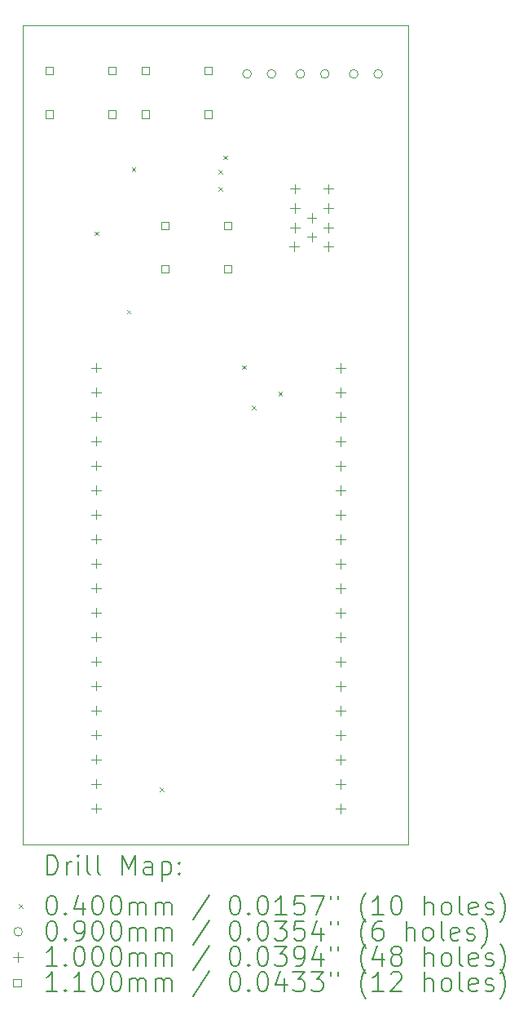
<source format=gbr>
%TF.GenerationSoftware,KiCad,Pcbnew,(6.0.11)*%
%TF.CreationDate,2023-03-04T17:25:38+01:00*%
%TF.ProjectId,jig2,6a696732-2e6b-4696-9361-645f70636258,rev?*%
%TF.SameCoordinates,Original*%
%TF.FileFunction,Drillmap*%
%TF.FilePolarity,Positive*%
%FSLAX45Y45*%
G04 Gerber Fmt 4.5, Leading zero omitted, Abs format (unit mm)*
G04 Created by KiCad (PCBNEW (6.0.11)) date 2023-03-04 17:25:38*
%MOMM*%
%LPD*%
G01*
G04 APERTURE LIST*
%ADD10C,0.100000*%
%ADD11C,0.200000*%
%ADD12C,0.040000*%
%ADD13C,0.090000*%
%ADD14C,0.110000*%
G04 APERTURE END LIST*
D10*
X0Y-8500000D02*
X0Y0D01*
X4000000Y-8500000D02*
X0Y-8500000D01*
X4000000Y0D02*
X4000000Y-8500000D01*
X0Y0D02*
X4000000Y0D01*
D11*
D12*
X742000Y-2142000D02*
X782000Y-2182000D01*
X782000Y-2142000D02*
X742000Y-2182000D01*
X1080000Y-2955000D02*
X1120000Y-2995000D01*
X1120000Y-2955000D02*
X1080000Y-2995000D01*
X1130000Y-1480000D02*
X1170000Y-1520000D01*
X1170000Y-1480000D02*
X1130000Y-1520000D01*
X1424000Y-7911000D02*
X1464000Y-7951000D01*
X1464000Y-7911000D02*
X1424000Y-7951000D01*
X2030000Y-1505000D02*
X2070000Y-1545000D01*
X2070000Y-1505000D02*
X2030000Y-1545000D01*
X2030000Y-1680000D02*
X2070000Y-1720000D01*
X2070000Y-1680000D02*
X2030000Y-1720000D01*
X2080000Y-1355000D02*
X2120000Y-1395000D01*
X2120000Y-1355000D02*
X2080000Y-1395000D01*
X2280000Y-3530000D02*
X2320000Y-3570000D01*
X2320000Y-3530000D02*
X2280000Y-3570000D01*
X2380000Y-3950000D02*
X2420000Y-3990000D01*
X2420000Y-3950000D02*
X2380000Y-3990000D01*
X2655000Y-3805000D02*
X2695000Y-3845000D01*
X2695000Y-3805000D02*
X2655000Y-3845000D01*
D13*
X2374000Y-508000D02*
G75*
G03*
X2374000Y-508000I-45000J0D01*
G01*
X2628000Y-508000D02*
G75*
G03*
X2628000Y-508000I-45000J0D01*
G01*
X2928000Y-508000D02*
G75*
G03*
X2928000Y-508000I-45000J0D01*
G01*
X3182000Y-508000D02*
G75*
G03*
X3182000Y-508000I-45000J0D01*
G01*
X3482000Y-508000D02*
G75*
G03*
X3482000Y-508000I-45000J0D01*
G01*
X3736000Y-508000D02*
G75*
G03*
X3736000Y-508000I-45000J0D01*
G01*
D10*
X762000Y-3506000D02*
X762000Y-3606000D01*
X712000Y-3556000D02*
X812000Y-3556000D01*
X762000Y-3760000D02*
X762000Y-3860000D01*
X712000Y-3810000D02*
X812000Y-3810000D01*
X762000Y-4014000D02*
X762000Y-4114000D01*
X712000Y-4064000D02*
X812000Y-4064000D01*
X762000Y-4268000D02*
X762000Y-4368000D01*
X712000Y-4318000D02*
X812000Y-4318000D01*
X762000Y-4522000D02*
X762000Y-4622000D01*
X712000Y-4572000D02*
X812000Y-4572000D01*
X762000Y-4776000D02*
X762000Y-4876000D01*
X712000Y-4826000D02*
X812000Y-4826000D01*
X762000Y-5030000D02*
X762000Y-5130000D01*
X712000Y-5080000D02*
X812000Y-5080000D01*
X762000Y-5284000D02*
X762000Y-5384000D01*
X712000Y-5334000D02*
X812000Y-5334000D01*
X762000Y-5538000D02*
X762000Y-5638000D01*
X712000Y-5588000D02*
X812000Y-5588000D01*
X762000Y-5792000D02*
X762000Y-5892000D01*
X712000Y-5842000D02*
X812000Y-5842000D01*
X762000Y-6046000D02*
X762000Y-6146000D01*
X712000Y-6096000D02*
X812000Y-6096000D01*
X762000Y-6300000D02*
X762000Y-6400000D01*
X712000Y-6350000D02*
X812000Y-6350000D01*
X762000Y-6554000D02*
X762000Y-6654000D01*
X712000Y-6604000D02*
X812000Y-6604000D01*
X762000Y-6808000D02*
X762000Y-6908000D01*
X712000Y-6858000D02*
X812000Y-6858000D01*
X762000Y-7062000D02*
X762000Y-7162000D01*
X712000Y-7112000D02*
X812000Y-7112000D01*
X762000Y-7316000D02*
X762000Y-7416000D01*
X712000Y-7366000D02*
X812000Y-7366000D01*
X762000Y-7570000D02*
X762000Y-7670000D01*
X712000Y-7620000D02*
X812000Y-7620000D01*
X762000Y-7824000D02*
X762000Y-7924000D01*
X712000Y-7874000D02*
X812000Y-7874000D01*
X762000Y-8078000D02*
X762000Y-8178000D01*
X712000Y-8128000D02*
X812000Y-8128000D01*
X2820600Y-2250500D02*
X2820600Y-2350500D01*
X2770600Y-2300500D02*
X2870600Y-2300500D01*
X2825600Y-1650500D02*
X2825600Y-1750500D01*
X2775600Y-1700500D02*
X2875600Y-1700500D01*
X2825600Y-1850500D02*
X2825600Y-1950500D01*
X2775600Y-1900500D02*
X2875600Y-1900500D01*
X2825600Y-2050500D02*
X2825600Y-2150500D01*
X2775600Y-2100500D02*
X2875600Y-2100500D01*
X3000600Y-1950500D02*
X3000600Y-2050500D01*
X2950600Y-2000500D02*
X3050600Y-2000500D01*
X3000600Y-2150500D02*
X3000600Y-2250500D01*
X2950600Y-2200500D02*
X3050600Y-2200500D01*
X3175600Y-1650500D02*
X3175600Y-1750500D01*
X3125600Y-1700500D02*
X3225600Y-1700500D01*
X3175600Y-1850500D02*
X3175600Y-1950500D01*
X3125600Y-1900500D02*
X3225600Y-1900500D01*
X3175600Y-2050500D02*
X3175600Y-2150500D01*
X3125600Y-2100500D02*
X3225600Y-2100500D01*
X3175600Y-2250500D02*
X3175600Y-2350500D01*
X3125600Y-2300500D02*
X3225600Y-2300500D01*
X3297500Y-3507000D02*
X3297500Y-3607000D01*
X3247500Y-3557000D02*
X3347500Y-3557000D01*
X3297500Y-3761000D02*
X3297500Y-3861000D01*
X3247500Y-3811000D02*
X3347500Y-3811000D01*
X3297500Y-4015000D02*
X3297500Y-4115000D01*
X3247500Y-4065000D02*
X3347500Y-4065000D01*
X3297500Y-4269000D02*
X3297500Y-4369000D01*
X3247500Y-4319000D02*
X3347500Y-4319000D01*
X3297500Y-4523000D02*
X3297500Y-4623000D01*
X3247500Y-4573000D02*
X3347500Y-4573000D01*
X3297500Y-4777000D02*
X3297500Y-4877000D01*
X3247500Y-4827000D02*
X3347500Y-4827000D01*
X3297500Y-5031000D02*
X3297500Y-5131000D01*
X3247500Y-5081000D02*
X3347500Y-5081000D01*
X3297500Y-5285000D02*
X3297500Y-5385000D01*
X3247500Y-5335000D02*
X3347500Y-5335000D01*
X3297500Y-5539000D02*
X3297500Y-5639000D01*
X3247500Y-5589000D02*
X3347500Y-5589000D01*
X3297500Y-5793000D02*
X3297500Y-5893000D01*
X3247500Y-5843000D02*
X3347500Y-5843000D01*
X3297500Y-6047000D02*
X3297500Y-6147000D01*
X3247500Y-6097000D02*
X3347500Y-6097000D01*
X3297500Y-6301000D02*
X3297500Y-6401000D01*
X3247500Y-6351000D02*
X3347500Y-6351000D01*
X3297500Y-6555000D02*
X3297500Y-6655000D01*
X3247500Y-6605000D02*
X3347500Y-6605000D01*
X3297500Y-6809000D02*
X3297500Y-6909000D01*
X3247500Y-6859000D02*
X3347500Y-6859000D01*
X3297500Y-7063000D02*
X3297500Y-7163000D01*
X3247500Y-7113000D02*
X3347500Y-7113000D01*
X3297500Y-7317000D02*
X3297500Y-7417000D01*
X3247500Y-7367000D02*
X3347500Y-7367000D01*
X3297500Y-7571000D02*
X3297500Y-7671000D01*
X3247500Y-7621000D02*
X3347500Y-7621000D01*
X3297500Y-7825000D02*
X3297500Y-7925000D01*
X3247500Y-7875000D02*
X3347500Y-7875000D01*
X3297500Y-8079000D02*
X3297500Y-8179000D01*
X3247500Y-8129000D02*
X3347500Y-8129000D01*
D14*
X313891Y-515448D02*
X313891Y-437665D01*
X236109Y-437665D01*
X236109Y-515448D01*
X313891Y-515448D01*
X313891Y-965448D02*
X313891Y-887665D01*
X236109Y-887665D01*
X236109Y-965448D01*
X313891Y-965448D01*
X963891Y-515448D02*
X963891Y-437665D01*
X886109Y-437665D01*
X886109Y-515448D01*
X963891Y-515448D01*
X963891Y-965448D02*
X963891Y-887665D01*
X886109Y-887665D01*
X886109Y-965448D01*
X963891Y-965448D01*
X1313891Y-515448D02*
X1313891Y-437665D01*
X1236109Y-437665D01*
X1236109Y-515448D01*
X1313891Y-515448D01*
X1313891Y-965448D02*
X1313891Y-887665D01*
X1236109Y-887665D01*
X1236109Y-965448D01*
X1313891Y-965448D01*
X1513891Y-2120891D02*
X1513891Y-2043109D01*
X1436109Y-2043109D01*
X1436109Y-2120891D01*
X1513891Y-2120891D01*
X1513891Y-2570891D02*
X1513891Y-2493109D01*
X1436109Y-2493109D01*
X1436109Y-2570891D01*
X1513891Y-2570891D01*
X1963891Y-515448D02*
X1963891Y-437665D01*
X1886109Y-437665D01*
X1886109Y-515448D01*
X1963891Y-515448D01*
X1963891Y-965448D02*
X1963891Y-887665D01*
X1886109Y-887665D01*
X1886109Y-965448D01*
X1963891Y-965448D01*
X2163891Y-2120891D02*
X2163891Y-2043109D01*
X2086109Y-2043109D01*
X2086109Y-2120891D01*
X2163891Y-2120891D01*
X2163891Y-2570891D02*
X2163891Y-2493109D01*
X2086109Y-2493109D01*
X2086109Y-2570891D01*
X2163891Y-2570891D01*
D11*
X252619Y-8815476D02*
X252619Y-8615476D01*
X300238Y-8615476D01*
X328810Y-8625000D01*
X347857Y-8644048D01*
X357381Y-8663095D01*
X366905Y-8701190D01*
X366905Y-8729762D01*
X357381Y-8767857D01*
X347857Y-8786905D01*
X328810Y-8805952D01*
X300238Y-8815476D01*
X252619Y-8815476D01*
X452619Y-8815476D02*
X452619Y-8682143D01*
X452619Y-8720238D02*
X462143Y-8701190D01*
X471667Y-8691667D01*
X490714Y-8682143D01*
X509762Y-8682143D01*
X576429Y-8815476D02*
X576429Y-8682143D01*
X576429Y-8615476D02*
X566905Y-8625000D01*
X576429Y-8634524D01*
X585952Y-8625000D01*
X576429Y-8615476D01*
X576429Y-8634524D01*
X700238Y-8815476D02*
X681190Y-8805952D01*
X671667Y-8786905D01*
X671667Y-8615476D01*
X805000Y-8815476D02*
X785952Y-8805952D01*
X776428Y-8786905D01*
X776428Y-8615476D01*
X1033571Y-8815476D02*
X1033571Y-8615476D01*
X1100238Y-8758333D01*
X1166905Y-8615476D01*
X1166905Y-8815476D01*
X1347857Y-8815476D02*
X1347857Y-8710714D01*
X1338333Y-8691667D01*
X1319286Y-8682143D01*
X1281190Y-8682143D01*
X1262143Y-8691667D01*
X1347857Y-8805952D02*
X1328810Y-8815476D01*
X1281190Y-8815476D01*
X1262143Y-8805952D01*
X1252619Y-8786905D01*
X1252619Y-8767857D01*
X1262143Y-8748810D01*
X1281190Y-8739286D01*
X1328810Y-8739286D01*
X1347857Y-8729762D01*
X1443095Y-8682143D02*
X1443095Y-8882143D01*
X1443095Y-8691667D02*
X1462143Y-8682143D01*
X1500238Y-8682143D01*
X1519286Y-8691667D01*
X1528809Y-8701190D01*
X1538333Y-8720238D01*
X1538333Y-8777381D01*
X1528809Y-8796429D01*
X1519286Y-8805952D01*
X1500238Y-8815476D01*
X1462143Y-8815476D01*
X1443095Y-8805952D01*
X1624048Y-8796429D02*
X1633571Y-8805952D01*
X1624048Y-8815476D01*
X1614524Y-8805952D01*
X1624048Y-8796429D01*
X1624048Y-8815476D01*
X1624048Y-8691667D02*
X1633571Y-8701190D01*
X1624048Y-8710714D01*
X1614524Y-8701190D01*
X1624048Y-8691667D01*
X1624048Y-8710714D01*
D12*
X-45000Y-9125000D02*
X-5000Y-9165000D01*
X-5000Y-9125000D02*
X-45000Y-9165000D01*
D11*
X290714Y-9035476D02*
X309762Y-9035476D01*
X328810Y-9045000D01*
X338333Y-9054524D01*
X347857Y-9073571D01*
X357381Y-9111667D01*
X357381Y-9159286D01*
X347857Y-9197381D01*
X338333Y-9216429D01*
X328810Y-9225952D01*
X309762Y-9235476D01*
X290714Y-9235476D01*
X271667Y-9225952D01*
X262143Y-9216429D01*
X252619Y-9197381D01*
X243095Y-9159286D01*
X243095Y-9111667D01*
X252619Y-9073571D01*
X262143Y-9054524D01*
X271667Y-9045000D01*
X290714Y-9035476D01*
X443095Y-9216429D02*
X452619Y-9225952D01*
X443095Y-9235476D01*
X433571Y-9225952D01*
X443095Y-9216429D01*
X443095Y-9235476D01*
X624048Y-9102143D02*
X624048Y-9235476D01*
X576429Y-9025952D02*
X528810Y-9168810D01*
X652619Y-9168810D01*
X766905Y-9035476D02*
X785952Y-9035476D01*
X805000Y-9045000D01*
X814524Y-9054524D01*
X824048Y-9073571D01*
X833571Y-9111667D01*
X833571Y-9159286D01*
X824048Y-9197381D01*
X814524Y-9216429D01*
X805000Y-9225952D01*
X785952Y-9235476D01*
X766905Y-9235476D01*
X747857Y-9225952D01*
X738333Y-9216429D01*
X728809Y-9197381D01*
X719286Y-9159286D01*
X719286Y-9111667D01*
X728809Y-9073571D01*
X738333Y-9054524D01*
X747857Y-9045000D01*
X766905Y-9035476D01*
X957381Y-9035476D02*
X976428Y-9035476D01*
X995476Y-9045000D01*
X1005000Y-9054524D01*
X1014524Y-9073571D01*
X1024048Y-9111667D01*
X1024048Y-9159286D01*
X1014524Y-9197381D01*
X1005000Y-9216429D01*
X995476Y-9225952D01*
X976428Y-9235476D01*
X957381Y-9235476D01*
X938333Y-9225952D01*
X928809Y-9216429D01*
X919286Y-9197381D01*
X909762Y-9159286D01*
X909762Y-9111667D01*
X919286Y-9073571D01*
X928809Y-9054524D01*
X938333Y-9045000D01*
X957381Y-9035476D01*
X1109762Y-9235476D02*
X1109762Y-9102143D01*
X1109762Y-9121190D02*
X1119286Y-9111667D01*
X1138333Y-9102143D01*
X1166905Y-9102143D01*
X1185952Y-9111667D01*
X1195476Y-9130714D01*
X1195476Y-9235476D01*
X1195476Y-9130714D02*
X1205000Y-9111667D01*
X1224048Y-9102143D01*
X1252619Y-9102143D01*
X1271667Y-9111667D01*
X1281190Y-9130714D01*
X1281190Y-9235476D01*
X1376429Y-9235476D02*
X1376429Y-9102143D01*
X1376429Y-9121190D02*
X1385952Y-9111667D01*
X1405000Y-9102143D01*
X1433571Y-9102143D01*
X1452619Y-9111667D01*
X1462143Y-9130714D01*
X1462143Y-9235476D01*
X1462143Y-9130714D02*
X1471667Y-9111667D01*
X1490714Y-9102143D01*
X1519286Y-9102143D01*
X1538333Y-9111667D01*
X1547857Y-9130714D01*
X1547857Y-9235476D01*
X1938333Y-9025952D02*
X1766905Y-9283095D01*
X2195476Y-9035476D02*
X2214524Y-9035476D01*
X2233571Y-9045000D01*
X2243095Y-9054524D01*
X2252619Y-9073571D01*
X2262143Y-9111667D01*
X2262143Y-9159286D01*
X2252619Y-9197381D01*
X2243095Y-9216429D01*
X2233571Y-9225952D01*
X2214524Y-9235476D01*
X2195476Y-9235476D01*
X2176429Y-9225952D01*
X2166905Y-9216429D01*
X2157381Y-9197381D01*
X2147857Y-9159286D01*
X2147857Y-9111667D01*
X2157381Y-9073571D01*
X2166905Y-9054524D01*
X2176429Y-9045000D01*
X2195476Y-9035476D01*
X2347857Y-9216429D02*
X2357381Y-9225952D01*
X2347857Y-9235476D01*
X2338333Y-9225952D01*
X2347857Y-9216429D01*
X2347857Y-9235476D01*
X2481190Y-9035476D02*
X2500238Y-9035476D01*
X2519286Y-9045000D01*
X2528810Y-9054524D01*
X2538333Y-9073571D01*
X2547857Y-9111667D01*
X2547857Y-9159286D01*
X2538333Y-9197381D01*
X2528810Y-9216429D01*
X2519286Y-9225952D01*
X2500238Y-9235476D01*
X2481190Y-9235476D01*
X2462143Y-9225952D01*
X2452619Y-9216429D01*
X2443095Y-9197381D01*
X2433571Y-9159286D01*
X2433571Y-9111667D01*
X2443095Y-9073571D01*
X2452619Y-9054524D01*
X2462143Y-9045000D01*
X2481190Y-9035476D01*
X2738333Y-9235476D02*
X2624048Y-9235476D01*
X2681190Y-9235476D02*
X2681190Y-9035476D01*
X2662143Y-9064048D01*
X2643095Y-9083095D01*
X2624048Y-9092619D01*
X2919286Y-9035476D02*
X2824048Y-9035476D01*
X2814524Y-9130714D01*
X2824048Y-9121190D01*
X2843095Y-9111667D01*
X2890714Y-9111667D01*
X2909762Y-9121190D01*
X2919286Y-9130714D01*
X2928809Y-9149762D01*
X2928809Y-9197381D01*
X2919286Y-9216429D01*
X2909762Y-9225952D01*
X2890714Y-9235476D01*
X2843095Y-9235476D01*
X2824048Y-9225952D01*
X2814524Y-9216429D01*
X2995476Y-9035476D02*
X3128809Y-9035476D01*
X3043095Y-9235476D01*
X3195476Y-9035476D02*
X3195476Y-9073571D01*
X3271667Y-9035476D02*
X3271667Y-9073571D01*
X3566905Y-9311667D02*
X3557381Y-9302143D01*
X3538333Y-9273571D01*
X3528809Y-9254524D01*
X3519286Y-9225952D01*
X3509762Y-9178333D01*
X3509762Y-9140238D01*
X3519286Y-9092619D01*
X3528809Y-9064048D01*
X3538333Y-9045000D01*
X3557381Y-9016429D01*
X3566905Y-9006905D01*
X3747857Y-9235476D02*
X3633571Y-9235476D01*
X3690714Y-9235476D02*
X3690714Y-9035476D01*
X3671667Y-9064048D01*
X3652619Y-9083095D01*
X3633571Y-9092619D01*
X3871667Y-9035476D02*
X3890714Y-9035476D01*
X3909762Y-9045000D01*
X3919286Y-9054524D01*
X3928809Y-9073571D01*
X3938333Y-9111667D01*
X3938333Y-9159286D01*
X3928809Y-9197381D01*
X3919286Y-9216429D01*
X3909762Y-9225952D01*
X3890714Y-9235476D01*
X3871667Y-9235476D01*
X3852619Y-9225952D01*
X3843095Y-9216429D01*
X3833571Y-9197381D01*
X3824048Y-9159286D01*
X3824048Y-9111667D01*
X3833571Y-9073571D01*
X3843095Y-9054524D01*
X3852619Y-9045000D01*
X3871667Y-9035476D01*
X4176428Y-9235476D02*
X4176428Y-9035476D01*
X4262143Y-9235476D02*
X4262143Y-9130714D01*
X4252619Y-9111667D01*
X4233571Y-9102143D01*
X4205000Y-9102143D01*
X4185952Y-9111667D01*
X4176428Y-9121190D01*
X4385952Y-9235476D02*
X4366905Y-9225952D01*
X4357381Y-9216429D01*
X4347857Y-9197381D01*
X4347857Y-9140238D01*
X4357381Y-9121190D01*
X4366905Y-9111667D01*
X4385952Y-9102143D01*
X4414524Y-9102143D01*
X4433571Y-9111667D01*
X4443095Y-9121190D01*
X4452619Y-9140238D01*
X4452619Y-9197381D01*
X4443095Y-9216429D01*
X4433571Y-9225952D01*
X4414524Y-9235476D01*
X4385952Y-9235476D01*
X4566905Y-9235476D02*
X4547857Y-9225952D01*
X4538333Y-9206905D01*
X4538333Y-9035476D01*
X4719286Y-9225952D02*
X4700238Y-9235476D01*
X4662143Y-9235476D01*
X4643095Y-9225952D01*
X4633571Y-9206905D01*
X4633571Y-9130714D01*
X4643095Y-9111667D01*
X4662143Y-9102143D01*
X4700238Y-9102143D01*
X4719286Y-9111667D01*
X4728810Y-9130714D01*
X4728810Y-9149762D01*
X4633571Y-9168810D01*
X4805000Y-9225952D02*
X4824048Y-9235476D01*
X4862143Y-9235476D01*
X4881190Y-9225952D01*
X4890714Y-9206905D01*
X4890714Y-9197381D01*
X4881190Y-9178333D01*
X4862143Y-9168810D01*
X4833571Y-9168810D01*
X4814524Y-9159286D01*
X4805000Y-9140238D01*
X4805000Y-9130714D01*
X4814524Y-9111667D01*
X4833571Y-9102143D01*
X4862143Y-9102143D01*
X4881190Y-9111667D01*
X4957381Y-9311667D02*
X4966905Y-9302143D01*
X4985952Y-9273571D01*
X4995476Y-9254524D01*
X5005000Y-9225952D01*
X5014524Y-9178333D01*
X5014524Y-9140238D01*
X5005000Y-9092619D01*
X4995476Y-9064048D01*
X4985952Y-9045000D01*
X4966905Y-9016429D01*
X4957381Y-9006905D01*
D13*
X-5000Y-9409000D02*
G75*
G03*
X-5000Y-9409000I-45000J0D01*
G01*
D11*
X290714Y-9299476D02*
X309762Y-9299476D01*
X328810Y-9309000D01*
X338333Y-9318524D01*
X347857Y-9337571D01*
X357381Y-9375667D01*
X357381Y-9423286D01*
X347857Y-9461381D01*
X338333Y-9480429D01*
X328810Y-9489952D01*
X309762Y-9499476D01*
X290714Y-9499476D01*
X271667Y-9489952D01*
X262143Y-9480429D01*
X252619Y-9461381D01*
X243095Y-9423286D01*
X243095Y-9375667D01*
X252619Y-9337571D01*
X262143Y-9318524D01*
X271667Y-9309000D01*
X290714Y-9299476D01*
X443095Y-9480429D02*
X452619Y-9489952D01*
X443095Y-9499476D01*
X433571Y-9489952D01*
X443095Y-9480429D01*
X443095Y-9499476D01*
X547857Y-9499476D02*
X585952Y-9499476D01*
X605000Y-9489952D01*
X614524Y-9480429D01*
X633571Y-9451857D01*
X643095Y-9413762D01*
X643095Y-9337571D01*
X633571Y-9318524D01*
X624048Y-9309000D01*
X605000Y-9299476D01*
X566905Y-9299476D01*
X547857Y-9309000D01*
X538333Y-9318524D01*
X528810Y-9337571D01*
X528810Y-9385190D01*
X538333Y-9404238D01*
X547857Y-9413762D01*
X566905Y-9423286D01*
X605000Y-9423286D01*
X624048Y-9413762D01*
X633571Y-9404238D01*
X643095Y-9385190D01*
X766905Y-9299476D02*
X785952Y-9299476D01*
X805000Y-9309000D01*
X814524Y-9318524D01*
X824048Y-9337571D01*
X833571Y-9375667D01*
X833571Y-9423286D01*
X824048Y-9461381D01*
X814524Y-9480429D01*
X805000Y-9489952D01*
X785952Y-9499476D01*
X766905Y-9499476D01*
X747857Y-9489952D01*
X738333Y-9480429D01*
X728809Y-9461381D01*
X719286Y-9423286D01*
X719286Y-9375667D01*
X728809Y-9337571D01*
X738333Y-9318524D01*
X747857Y-9309000D01*
X766905Y-9299476D01*
X957381Y-9299476D02*
X976428Y-9299476D01*
X995476Y-9309000D01*
X1005000Y-9318524D01*
X1014524Y-9337571D01*
X1024048Y-9375667D01*
X1024048Y-9423286D01*
X1014524Y-9461381D01*
X1005000Y-9480429D01*
X995476Y-9489952D01*
X976428Y-9499476D01*
X957381Y-9499476D01*
X938333Y-9489952D01*
X928809Y-9480429D01*
X919286Y-9461381D01*
X909762Y-9423286D01*
X909762Y-9375667D01*
X919286Y-9337571D01*
X928809Y-9318524D01*
X938333Y-9309000D01*
X957381Y-9299476D01*
X1109762Y-9499476D02*
X1109762Y-9366143D01*
X1109762Y-9385190D02*
X1119286Y-9375667D01*
X1138333Y-9366143D01*
X1166905Y-9366143D01*
X1185952Y-9375667D01*
X1195476Y-9394714D01*
X1195476Y-9499476D01*
X1195476Y-9394714D02*
X1205000Y-9375667D01*
X1224048Y-9366143D01*
X1252619Y-9366143D01*
X1271667Y-9375667D01*
X1281190Y-9394714D01*
X1281190Y-9499476D01*
X1376429Y-9499476D02*
X1376429Y-9366143D01*
X1376429Y-9385190D02*
X1385952Y-9375667D01*
X1405000Y-9366143D01*
X1433571Y-9366143D01*
X1452619Y-9375667D01*
X1462143Y-9394714D01*
X1462143Y-9499476D01*
X1462143Y-9394714D02*
X1471667Y-9375667D01*
X1490714Y-9366143D01*
X1519286Y-9366143D01*
X1538333Y-9375667D01*
X1547857Y-9394714D01*
X1547857Y-9499476D01*
X1938333Y-9289952D02*
X1766905Y-9547095D01*
X2195476Y-9299476D02*
X2214524Y-9299476D01*
X2233571Y-9309000D01*
X2243095Y-9318524D01*
X2252619Y-9337571D01*
X2262143Y-9375667D01*
X2262143Y-9423286D01*
X2252619Y-9461381D01*
X2243095Y-9480429D01*
X2233571Y-9489952D01*
X2214524Y-9499476D01*
X2195476Y-9499476D01*
X2176429Y-9489952D01*
X2166905Y-9480429D01*
X2157381Y-9461381D01*
X2147857Y-9423286D01*
X2147857Y-9375667D01*
X2157381Y-9337571D01*
X2166905Y-9318524D01*
X2176429Y-9309000D01*
X2195476Y-9299476D01*
X2347857Y-9480429D02*
X2357381Y-9489952D01*
X2347857Y-9499476D01*
X2338333Y-9489952D01*
X2347857Y-9480429D01*
X2347857Y-9499476D01*
X2481190Y-9299476D02*
X2500238Y-9299476D01*
X2519286Y-9309000D01*
X2528810Y-9318524D01*
X2538333Y-9337571D01*
X2547857Y-9375667D01*
X2547857Y-9423286D01*
X2538333Y-9461381D01*
X2528810Y-9480429D01*
X2519286Y-9489952D01*
X2500238Y-9499476D01*
X2481190Y-9499476D01*
X2462143Y-9489952D01*
X2452619Y-9480429D01*
X2443095Y-9461381D01*
X2433571Y-9423286D01*
X2433571Y-9375667D01*
X2443095Y-9337571D01*
X2452619Y-9318524D01*
X2462143Y-9309000D01*
X2481190Y-9299476D01*
X2614524Y-9299476D02*
X2738333Y-9299476D01*
X2671667Y-9375667D01*
X2700238Y-9375667D01*
X2719286Y-9385190D01*
X2728810Y-9394714D01*
X2738333Y-9413762D01*
X2738333Y-9461381D01*
X2728810Y-9480429D01*
X2719286Y-9489952D01*
X2700238Y-9499476D01*
X2643095Y-9499476D01*
X2624048Y-9489952D01*
X2614524Y-9480429D01*
X2919286Y-9299476D02*
X2824048Y-9299476D01*
X2814524Y-9394714D01*
X2824048Y-9385190D01*
X2843095Y-9375667D01*
X2890714Y-9375667D01*
X2909762Y-9385190D01*
X2919286Y-9394714D01*
X2928809Y-9413762D01*
X2928809Y-9461381D01*
X2919286Y-9480429D01*
X2909762Y-9489952D01*
X2890714Y-9499476D01*
X2843095Y-9499476D01*
X2824048Y-9489952D01*
X2814524Y-9480429D01*
X3100238Y-9366143D02*
X3100238Y-9499476D01*
X3052619Y-9289952D02*
X3005000Y-9432810D01*
X3128809Y-9432810D01*
X3195476Y-9299476D02*
X3195476Y-9337571D01*
X3271667Y-9299476D02*
X3271667Y-9337571D01*
X3566905Y-9575667D02*
X3557381Y-9566143D01*
X3538333Y-9537571D01*
X3528809Y-9518524D01*
X3519286Y-9489952D01*
X3509762Y-9442333D01*
X3509762Y-9404238D01*
X3519286Y-9356619D01*
X3528809Y-9328048D01*
X3538333Y-9309000D01*
X3557381Y-9280429D01*
X3566905Y-9270905D01*
X3728809Y-9299476D02*
X3690714Y-9299476D01*
X3671667Y-9309000D01*
X3662143Y-9318524D01*
X3643095Y-9347095D01*
X3633571Y-9385190D01*
X3633571Y-9461381D01*
X3643095Y-9480429D01*
X3652619Y-9489952D01*
X3671667Y-9499476D01*
X3709762Y-9499476D01*
X3728809Y-9489952D01*
X3738333Y-9480429D01*
X3747857Y-9461381D01*
X3747857Y-9413762D01*
X3738333Y-9394714D01*
X3728809Y-9385190D01*
X3709762Y-9375667D01*
X3671667Y-9375667D01*
X3652619Y-9385190D01*
X3643095Y-9394714D01*
X3633571Y-9413762D01*
X3985952Y-9499476D02*
X3985952Y-9299476D01*
X4071667Y-9499476D02*
X4071667Y-9394714D01*
X4062143Y-9375667D01*
X4043095Y-9366143D01*
X4014524Y-9366143D01*
X3995476Y-9375667D01*
X3985952Y-9385190D01*
X4195476Y-9499476D02*
X4176428Y-9489952D01*
X4166905Y-9480429D01*
X4157381Y-9461381D01*
X4157381Y-9404238D01*
X4166905Y-9385190D01*
X4176428Y-9375667D01*
X4195476Y-9366143D01*
X4224048Y-9366143D01*
X4243095Y-9375667D01*
X4252619Y-9385190D01*
X4262143Y-9404238D01*
X4262143Y-9461381D01*
X4252619Y-9480429D01*
X4243095Y-9489952D01*
X4224048Y-9499476D01*
X4195476Y-9499476D01*
X4376429Y-9499476D02*
X4357381Y-9489952D01*
X4347857Y-9470905D01*
X4347857Y-9299476D01*
X4528810Y-9489952D02*
X4509762Y-9499476D01*
X4471667Y-9499476D01*
X4452619Y-9489952D01*
X4443095Y-9470905D01*
X4443095Y-9394714D01*
X4452619Y-9375667D01*
X4471667Y-9366143D01*
X4509762Y-9366143D01*
X4528810Y-9375667D01*
X4538333Y-9394714D01*
X4538333Y-9413762D01*
X4443095Y-9432810D01*
X4614524Y-9489952D02*
X4633571Y-9499476D01*
X4671667Y-9499476D01*
X4690714Y-9489952D01*
X4700238Y-9470905D01*
X4700238Y-9461381D01*
X4690714Y-9442333D01*
X4671667Y-9432810D01*
X4643095Y-9432810D01*
X4624048Y-9423286D01*
X4614524Y-9404238D01*
X4614524Y-9394714D01*
X4624048Y-9375667D01*
X4643095Y-9366143D01*
X4671667Y-9366143D01*
X4690714Y-9375667D01*
X4766905Y-9575667D02*
X4776429Y-9566143D01*
X4795476Y-9537571D01*
X4805000Y-9518524D01*
X4814524Y-9489952D01*
X4824048Y-9442333D01*
X4824048Y-9404238D01*
X4814524Y-9356619D01*
X4805000Y-9328048D01*
X4795476Y-9309000D01*
X4776429Y-9280429D01*
X4766905Y-9270905D01*
D10*
X-55000Y-9623000D02*
X-55000Y-9723000D01*
X-105000Y-9673000D02*
X-5000Y-9673000D01*
D11*
X357381Y-9763476D02*
X243095Y-9763476D01*
X300238Y-9763476D02*
X300238Y-9563476D01*
X281190Y-9592048D01*
X262143Y-9611095D01*
X243095Y-9620619D01*
X443095Y-9744429D02*
X452619Y-9753952D01*
X443095Y-9763476D01*
X433571Y-9753952D01*
X443095Y-9744429D01*
X443095Y-9763476D01*
X576429Y-9563476D02*
X595476Y-9563476D01*
X614524Y-9573000D01*
X624048Y-9582524D01*
X633571Y-9601571D01*
X643095Y-9639667D01*
X643095Y-9687286D01*
X633571Y-9725381D01*
X624048Y-9744429D01*
X614524Y-9753952D01*
X595476Y-9763476D01*
X576429Y-9763476D01*
X557381Y-9753952D01*
X547857Y-9744429D01*
X538333Y-9725381D01*
X528810Y-9687286D01*
X528810Y-9639667D01*
X538333Y-9601571D01*
X547857Y-9582524D01*
X557381Y-9573000D01*
X576429Y-9563476D01*
X766905Y-9563476D02*
X785952Y-9563476D01*
X805000Y-9573000D01*
X814524Y-9582524D01*
X824048Y-9601571D01*
X833571Y-9639667D01*
X833571Y-9687286D01*
X824048Y-9725381D01*
X814524Y-9744429D01*
X805000Y-9753952D01*
X785952Y-9763476D01*
X766905Y-9763476D01*
X747857Y-9753952D01*
X738333Y-9744429D01*
X728809Y-9725381D01*
X719286Y-9687286D01*
X719286Y-9639667D01*
X728809Y-9601571D01*
X738333Y-9582524D01*
X747857Y-9573000D01*
X766905Y-9563476D01*
X957381Y-9563476D02*
X976428Y-9563476D01*
X995476Y-9573000D01*
X1005000Y-9582524D01*
X1014524Y-9601571D01*
X1024048Y-9639667D01*
X1024048Y-9687286D01*
X1014524Y-9725381D01*
X1005000Y-9744429D01*
X995476Y-9753952D01*
X976428Y-9763476D01*
X957381Y-9763476D01*
X938333Y-9753952D01*
X928809Y-9744429D01*
X919286Y-9725381D01*
X909762Y-9687286D01*
X909762Y-9639667D01*
X919286Y-9601571D01*
X928809Y-9582524D01*
X938333Y-9573000D01*
X957381Y-9563476D01*
X1109762Y-9763476D02*
X1109762Y-9630143D01*
X1109762Y-9649190D02*
X1119286Y-9639667D01*
X1138333Y-9630143D01*
X1166905Y-9630143D01*
X1185952Y-9639667D01*
X1195476Y-9658714D01*
X1195476Y-9763476D01*
X1195476Y-9658714D02*
X1205000Y-9639667D01*
X1224048Y-9630143D01*
X1252619Y-9630143D01*
X1271667Y-9639667D01*
X1281190Y-9658714D01*
X1281190Y-9763476D01*
X1376429Y-9763476D02*
X1376429Y-9630143D01*
X1376429Y-9649190D02*
X1385952Y-9639667D01*
X1405000Y-9630143D01*
X1433571Y-9630143D01*
X1452619Y-9639667D01*
X1462143Y-9658714D01*
X1462143Y-9763476D01*
X1462143Y-9658714D02*
X1471667Y-9639667D01*
X1490714Y-9630143D01*
X1519286Y-9630143D01*
X1538333Y-9639667D01*
X1547857Y-9658714D01*
X1547857Y-9763476D01*
X1938333Y-9553952D02*
X1766905Y-9811095D01*
X2195476Y-9563476D02*
X2214524Y-9563476D01*
X2233571Y-9573000D01*
X2243095Y-9582524D01*
X2252619Y-9601571D01*
X2262143Y-9639667D01*
X2262143Y-9687286D01*
X2252619Y-9725381D01*
X2243095Y-9744429D01*
X2233571Y-9753952D01*
X2214524Y-9763476D01*
X2195476Y-9763476D01*
X2176429Y-9753952D01*
X2166905Y-9744429D01*
X2157381Y-9725381D01*
X2147857Y-9687286D01*
X2147857Y-9639667D01*
X2157381Y-9601571D01*
X2166905Y-9582524D01*
X2176429Y-9573000D01*
X2195476Y-9563476D01*
X2347857Y-9744429D02*
X2357381Y-9753952D01*
X2347857Y-9763476D01*
X2338333Y-9753952D01*
X2347857Y-9744429D01*
X2347857Y-9763476D01*
X2481190Y-9563476D02*
X2500238Y-9563476D01*
X2519286Y-9573000D01*
X2528810Y-9582524D01*
X2538333Y-9601571D01*
X2547857Y-9639667D01*
X2547857Y-9687286D01*
X2538333Y-9725381D01*
X2528810Y-9744429D01*
X2519286Y-9753952D01*
X2500238Y-9763476D01*
X2481190Y-9763476D01*
X2462143Y-9753952D01*
X2452619Y-9744429D01*
X2443095Y-9725381D01*
X2433571Y-9687286D01*
X2433571Y-9639667D01*
X2443095Y-9601571D01*
X2452619Y-9582524D01*
X2462143Y-9573000D01*
X2481190Y-9563476D01*
X2614524Y-9563476D02*
X2738333Y-9563476D01*
X2671667Y-9639667D01*
X2700238Y-9639667D01*
X2719286Y-9649190D01*
X2728810Y-9658714D01*
X2738333Y-9677762D01*
X2738333Y-9725381D01*
X2728810Y-9744429D01*
X2719286Y-9753952D01*
X2700238Y-9763476D01*
X2643095Y-9763476D01*
X2624048Y-9753952D01*
X2614524Y-9744429D01*
X2833571Y-9763476D02*
X2871667Y-9763476D01*
X2890714Y-9753952D01*
X2900238Y-9744429D01*
X2919286Y-9715857D01*
X2928809Y-9677762D01*
X2928809Y-9601571D01*
X2919286Y-9582524D01*
X2909762Y-9573000D01*
X2890714Y-9563476D01*
X2852619Y-9563476D01*
X2833571Y-9573000D01*
X2824048Y-9582524D01*
X2814524Y-9601571D01*
X2814524Y-9649190D01*
X2824048Y-9668238D01*
X2833571Y-9677762D01*
X2852619Y-9687286D01*
X2890714Y-9687286D01*
X2909762Y-9677762D01*
X2919286Y-9668238D01*
X2928809Y-9649190D01*
X3100238Y-9630143D02*
X3100238Y-9763476D01*
X3052619Y-9553952D02*
X3005000Y-9696810D01*
X3128809Y-9696810D01*
X3195476Y-9563476D02*
X3195476Y-9601571D01*
X3271667Y-9563476D02*
X3271667Y-9601571D01*
X3566905Y-9839667D02*
X3557381Y-9830143D01*
X3538333Y-9801571D01*
X3528809Y-9782524D01*
X3519286Y-9753952D01*
X3509762Y-9706333D01*
X3509762Y-9668238D01*
X3519286Y-9620619D01*
X3528809Y-9592048D01*
X3538333Y-9573000D01*
X3557381Y-9544429D01*
X3566905Y-9534905D01*
X3728809Y-9630143D02*
X3728809Y-9763476D01*
X3681190Y-9553952D02*
X3633571Y-9696810D01*
X3757381Y-9696810D01*
X3862143Y-9649190D02*
X3843095Y-9639667D01*
X3833571Y-9630143D01*
X3824048Y-9611095D01*
X3824048Y-9601571D01*
X3833571Y-9582524D01*
X3843095Y-9573000D01*
X3862143Y-9563476D01*
X3900238Y-9563476D01*
X3919286Y-9573000D01*
X3928809Y-9582524D01*
X3938333Y-9601571D01*
X3938333Y-9611095D01*
X3928809Y-9630143D01*
X3919286Y-9639667D01*
X3900238Y-9649190D01*
X3862143Y-9649190D01*
X3843095Y-9658714D01*
X3833571Y-9668238D01*
X3824048Y-9687286D01*
X3824048Y-9725381D01*
X3833571Y-9744429D01*
X3843095Y-9753952D01*
X3862143Y-9763476D01*
X3900238Y-9763476D01*
X3919286Y-9753952D01*
X3928809Y-9744429D01*
X3938333Y-9725381D01*
X3938333Y-9687286D01*
X3928809Y-9668238D01*
X3919286Y-9658714D01*
X3900238Y-9649190D01*
X4176428Y-9763476D02*
X4176428Y-9563476D01*
X4262143Y-9763476D02*
X4262143Y-9658714D01*
X4252619Y-9639667D01*
X4233571Y-9630143D01*
X4205000Y-9630143D01*
X4185952Y-9639667D01*
X4176428Y-9649190D01*
X4385952Y-9763476D02*
X4366905Y-9753952D01*
X4357381Y-9744429D01*
X4347857Y-9725381D01*
X4347857Y-9668238D01*
X4357381Y-9649190D01*
X4366905Y-9639667D01*
X4385952Y-9630143D01*
X4414524Y-9630143D01*
X4433571Y-9639667D01*
X4443095Y-9649190D01*
X4452619Y-9668238D01*
X4452619Y-9725381D01*
X4443095Y-9744429D01*
X4433571Y-9753952D01*
X4414524Y-9763476D01*
X4385952Y-9763476D01*
X4566905Y-9763476D02*
X4547857Y-9753952D01*
X4538333Y-9734905D01*
X4538333Y-9563476D01*
X4719286Y-9753952D02*
X4700238Y-9763476D01*
X4662143Y-9763476D01*
X4643095Y-9753952D01*
X4633571Y-9734905D01*
X4633571Y-9658714D01*
X4643095Y-9639667D01*
X4662143Y-9630143D01*
X4700238Y-9630143D01*
X4719286Y-9639667D01*
X4728810Y-9658714D01*
X4728810Y-9677762D01*
X4633571Y-9696810D01*
X4805000Y-9753952D02*
X4824048Y-9763476D01*
X4862143Y-9763476D01*
X4881190Y-9753952D01*
X4890714Y-9734905D01*
X4890714Y-9725381D01*
X4881190Y-9706333D01*
X4862143Y-9696810D01*
X4833571Y-9696810D01*
X4814524Y-9687286D01*
X4805000Y-9668238D01*
X4805000Y-9658714D01*
X4814524Y-9639667D01*
X4833571Y-9630143D01*
X4862143Y-9630143D01*
X4881190Y-9639667D01*
X4957381Y-9839667D02*
X4966905Y-9830143D01*
X4985952Y-9801571D01*
X4995476Y-9782524D01*
X5005000Y-9753952D01*
X5014524Y-9706333D01*
X5014524Y-9668238D01*
X5005000Y-9620619D01*
X4995476Y-9592048D01*
X4985952Y-9573000D01*
X4966905Y-9544429D01*
X4957381Y-9534905D01*
D14*
X-21109Y-9975891D02*
X-21109Y-9898109D01*
X-98891Y-9898109D01*
X-98891Y-9975891D01*
X-21109Y-9975891D01*
D11*
X357381Y-10027476D02*
X243095Y-10027476D01*
X300238Y-10027476D02*
X300238Y-9827476D01*
X281190Y-9856048D01*
X262143Y-9875095D01*
X243095Y-9884619D01*
X443095Y-10008429D02*
X452619Y-10017952D01*
X443095Y-10027476D01*
X433571Y-10017952D01*
X443095Y-10008429D01*
X443095Y-10027476D01*
X643095Y-10027476D02*
X528810Y-10027476D01*
X585952Y-10027476D02*
X585952Y-9827476D01*
X566905Y-9856048D01*
X547857Y-9875095D01*
X528810Y-9884619D01*
X766905Y-9827476D02*
X785952Y-9827476D01*
X805000Y-9837000D01*
X814524Y-9846524D01*
X824048Y-9865571D01*
X833571Y-9903667D01*
X833571Y-9951286D01*
X824048Y-9989381D01*
X814524Y-10008429D01*
X805000Y-10017952D01*
X785952Y-10027476D01*
X766905Y-10027476D01*
X747857Y-10017952D01*
X738333Y-10008429D01*
X728809Y-9989381D01*
X719286Y-9951286D01*
X719286Y-9903667D01*
X728809Y-9865571D01*
X738333Y-9846524D01*
X747857Y-9837000D01*
X766905Y-9827476D01*
X957381Y-9827476D02*
X976428Y-9827476D01*
X995476Y-9837000D01*
X1005000Y-9846524D01*
X1014524Y-9865571D01*
X1024048Y-9903667D01*
X1024048Y-9951286D01*
X1014524Y-9989381D01*
X1005000Y-10008429D01*
X995476Y-10017952D01*
X976428Y-10027476D01*
X957381Y-10027476D01*
X938333Y-10017952D01*
X928809Y-10008429D01*
X919286Y-9989381D01*
X909762Y-9951286D01*
X909762Y-9903667D01*
X919286Y-9865571D01*
X928809Y-9846524D01*
X938333Y-9837000D01*
X957381Y-9827476D01*
X1109762Y-10027476D02*
X1109762Y-9894143D01*
X1109762Y-9913190D02*
X1119286Y-9903667D01*
X1138333Y-9894143D01*
X1166905Y-9894143D01*
X1185952Y-9903667D01*
X1195476Y-9922714D01*
X1195476Y-10027476D01*
X1195476Y-9922714D02*
X1205000Y-9903667D01*
X1224048Y-9894143D01*
X1252619Y-9894143D01*
X1271667Y-9903667D01*
X1281190Y-9922714D01*
X1281190Y-10027476D01*
X1376429Y-10027476D02*
X1376429Y-9894143D01*
X1376429Y-9913190D02*
X1385952Y-9903667D01*
X1405000Y-9894143D01*
X1433571Y-9894143D01*
X1452619Y-9903667D01*
X1462143Y-9922714D01*
X1462143Y-10027476D01*
X1462143Y-9922714D02*
X1471667Y-9903667D01*
X1490714Y-9894143D01*
X1519286Y-9894143D01*
X1538333Y-9903667D01*
X1547857Y-9922714D01*
X1547857Y-10027476D01*
X1938333Y-9817952D02*
X1766905Y-10075095D01*
X2195476Y-9827476D02*
X2214524Y-9827476D01*
X2233571Y-9837000D01*
X2243095Y-9846524D01*
X2252619Y-9865571D01*
X2262143Y-9903667D01*
X2262143Y-9951286D01*
X2252619Y-9989381D01*
X2243095Y-10008429D01*
X2233571Y-10017952D01*
X2214524Y-10027476D01*
X2195476Y-10027476D01*
X2176429Y-10017952D01*
X2166905Y-10008429D01*
X2157381Y-9989381D01*
X2147857Y-9951286D01*
X2147857Y-9903667D01*
X2157381Y-9865571D01*
X2166905Y-9846524D01*
X2176429Y-9837000D01*
X2195476Y-9827476D01*
X2347857Y-10008429D02*
X2357381Y-10017952D01*
X2347857Y-10027476D01*
X2338333Y-10017952D01*
X2347857Y-10008429D01*
X2347857Y-10027476D01*
X2481190Y-9827476D02*
X2500238Y-9827476D01*
X2519286Y-9837000D01*
X2528810Y-9846524D01*
X2538333Y-9865571D01*
X2547857Y-9903667D01*
X2547857Y-9951286D01*
X2538333Y-9989381D01*
X2528810Y-10008429D01*
X2519286Y-10017952D01*
X2500238Y-10027476D01*
X2481190Y-10027476D01*
X2462143Y-10017952D01*
X2452619Y-10008429D01*
X2443095Y-9989381D01*
X2433571Y-9951286D01*
X2433571Y-9903667D01*
X2443095Y-9865571D01*
X2452619Y-9846524D01*
X2462143Y-9837000D01*
X2481190Y-9827476D01*
X2719286Y-9894143D02*
X2719286Y-10027476D01*
X2671667Y-9817952D02*
X2624048Y-9960810D01*
X2747857Y-9960810D01*
X2805000Y-9827476D02*
X2928809Y-9827476D01*
X2862143Y-9903667D01*
X2890714Y-9903667D01*
X2909762Y-9913190D01*
X2919286Y-9922714D01*
X2928809Y-9941762D01*
X2928809Y-9989381D01*
X2919286Y-10008429D01*
X2909762Y-10017952D01*
X2890714Y-10027476D01*
X2833571Y-10027476D01*
X2814524Y-10017952D01*
X2805000Y-10008429D01*
X2995476Y-9827476D02*
X3119286Y-9827476D01*
X3052619Y-9903667D01*
X3081190Y-9903667D01*
X3100238Y-9913190D01*
X3109762Y-9922714D01*
X3119286Y-9941762D01*
X3119286Y-9989381D01*
X3109762Y-10008429D01*
X3100238Y-10017952D01*
X3081190Y-10027476D01*
X3024048Y-10027476D01*
X3005000Y-10017952D01*
X2995476Y-10008429D01*
X3195476Y-9827476D02*
X3195476Y-9865571D01*
X3271667Y-9827476D02*
X3271667Y-9865571D01*
X3566905Y-10103667D02*
X3557381Y-10094143D01*
X3538333Y-10065571D01*
X3528809Y-10046524D01*
X3519286Y-10017952D01*
X3509762Y-9970333D01*
X3509762Y-9932238D01*
X3519286Y-9884619D01*
X3528809Y-9856048D01*
X3538333Y-9837000D01*
X3557381Y-9808429D01*
X3566905Y-9798905D01*
X3747857Y-10027476D02*
X3633571Y-10027476D01*
X3690714Y-10027476D02*
X3690714Y-9827476D01*
X3671667Y-9856048D01*
X3652619Y-9875095D01*
X3633571Y-9884619D01*
X3824048Y-9846524D02*
X3833571Y-9837000D01*
X3852619Y-9827476D01*
X3900238Y-9827476D01*
X3919286Y-9837000D01*
X3928809Y-9846524D01*
X3938333Y-9865571D01*
X3938333Y-9884619D01*
X3928809Y-9913190D01*
X3814524Y-10027476D01*
X3938333Y-10027476D01*
X4176428Y-10027476D02*
X4176428Y-9827476D01*
X4262143Y-10027476D02*
X4262143Y-9922714D01*
X4252619Y-9903667D01*
X4233571Y-9894143D01*
X4205000Y-9894143D01*
X4185952Y-9903667D01*
X4176428Y-9913190D01*
X4385952Y-10027476D02*
X4366905Y-10017952D01*
X4357381Y-10008429D01*
X4347857Y-9989381D01*
X4347857Y-9932238D01*
X4357381Y-9913190D01*
X4366905Y-9903667D01*
X4385952Y-9894143D01*
X4414524Y-9894143D01*
X4433571Y-9903667D01*
X4443095Y-9913190D01*
X4452619Y-9932238D01*
X4452619Y-9989381D01*
X4443095Y-10008429D01*
X4433571Y-10017952D01*
X4414524Y-10027476D01*
X4385952Y-10027476D01*
X4566905Y-10027476D02*
X4547857Y-10017952D01*
X4538333Y-9998905D01*
X4538333Y-9827476D01*
X4719286Y-10017952D02*
X4700238Y-10027476D01*
X4662143Y-10027476D01*
X4643095Y-10017952D01*
X4633571Y-9998905D01*
X4633571Y-9922714D01*
X4643095Y-9903667D01*
X4662143Y-9894143D01*
X4700238Y-9894143D01*
X4719286Y-9903667D01*
X4728810Y-9922714D01*
X4728810Y-9941762D01*
X4633571Y-9960810D01*
X4805000Y-10017952D02*
X4824048Y-10027476D01*
X4862143Y-10027476D01*
X4881190Y-10017952D01*
X4890714Y-9998905D01*
X4890714Y-9989381D01*
X4881190Y-9970333D01*
X4862143Y-9960810D01*
X4833571Y-9960810D01*
X4814524Y-9951286D01*
X4805000Y-9932238D01*
X4805000Y-9922714D01*
X4814524Y-9903667D01*
X4833571Y-9894143D01*
X4862143Y-9894143D01*
X4881190Y-9903667D01*
X4957381Y-10103667D02*
X4966905Y-10094143D01*
X4985952Y-10065571D01*
X4995476Y-10046524D01*
X5005000Y-10017952D01*
X5014524Y-9970333D01*
X5014524Y-9932238D01*
X5005000Y-9884619D01*
X4995476Y-9856048D01*
X4985952Y-9837000D01*
X4966905Y-9808429D01*
X4957381Y-9798905D01*
M02*

</source>
